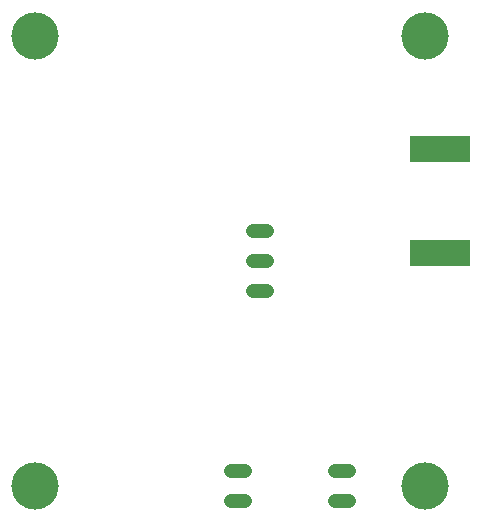
<source format=gbr>
G04 EAGLE Gerber RS-274X export*
G75*
%MOMM*%
%FSLAX34Y34*%
%LPD*%
%INSoldermask Bottom*%
%IPPOS*%
%AMOC8*
5,1,8,0,0,1.08239X$1,22.5*%
G01*
%ADD10C,4.000000*%
%ADD11C,1.219200*%
%ADD12R,5.080000X2.286000*%


D10*
X482600Y38100D03*
X482600Y419100D03*
X812800Y419100D03*
X812800Y38100D03*
D11*
X679196Y254000D02*
X667004Y254000D01*
X667004Y203200D02*
X679196Y203200D01*
X679196Y228600D02*
X667004Y228600D01*
X660400Y50800D02*
X648208Y50800D01*
X648208Y25400D02*
X660400Y25400D01*
X736600Y25400D02*
X748792Y25400D01*
X748792Y50800D02*
X736600Y50800D01*
D12*
X825246Y323596D03*
X825246Y235204D03*
M02*

</source>
